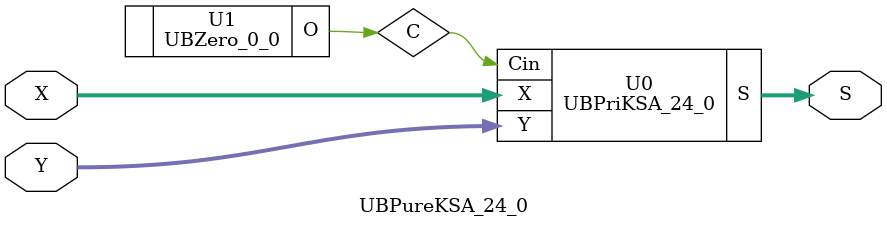
<source format=v>
/*----------------------------------------------------------------------------
  Copyright (c) 2021 Homma laboratory. All rights reserved.

  Top module: UBKSA_24_0_24_0

  Operand-1 length: 25
  Operand-2 length: 25
  Two-operand addition algorithm: Kogge-Stone adder
----------------------------------------------------------------------------*/

module GPGenerator(Go, Po, A, B);
  output Go;
  output Po;
  input A;
  input B;
  assign Go = A & B;
  assign Po = A ^ B;
endmodule

module CarryOperator(Go, Po, Gi1, Pi1, Gi2, Pi2);
  output Go;
  output Po;
  input Gi1;
  input Gi2;
  input Pi1;
  input Pi2;
  assign Go = Gi1 | ( Gi2 & Pi1 );
  assign Po = Pi1 & Pi2;
endmodule

module UBPriKSA_24_0(S, X, Y, Cin);
  output [25:0] S;
  input Cin;
  input [24:0] X;
  input [24:0] Y;
  wire [24:0] G0;
  wire [24:0] G1;
  wire [24:0] G2;
  wire [24:0] G3;
  wire [24:0] G4;
  wire [24:0] G5;
  wire [24:0] P0;
  wire [24:0] P1;
  wire [24:0] P2;
  wire [24:0] P3;
  wire [24:0] P4;
  wire [24:0] P5;
  assign P1[0] = P0[0];
  assign G1[0] = G0[0];
  assign P2[0] = P1[0];
  assign G2[0] = G1[0];
  assign P2[1] = P1[1];
  assign G2[1] = G1[1];
  assign P3[0] = P2[0];
  assign G3[0] = G2[0];
  assign P3[1] = P2[1];
  assign G3[1] = G2[1];
  assign P3[2] = P2[2];
  assign G3[2] = G2[2];
  assign P3[3] = P2[3];
  assign G3[3] = G2[3];
  assign P4[0] = P3[0];
  assign G4[0] = G3[0];
  assign P4[1] = P3[1];
  assign G4[1] = G3[1];
  assign P4[2] = P3[2];
  assign G4[2] = G3[2];
  assign P4[3] = P3[3];
  assign G4[3] = G3[3];
  assign P4[4] = P3[4];
  assign G4[4] = G3[4];
  assign P4[5] = P3[5];
  assign G4[5] = G3[5];
  assign P4[6] = P3[6];
  assign G4[6] = G3[6];
  assign P4[7] = P3[7];
  assign G4[7] = G3[7];
  assign P5[0] = P4[0];
  assign G5[0] = G4[0];
  assign P5[1] = P4[1];
  assign G5[1] = G4[1];
  assign P5[2] = P4[2];
  assign G5[2] = G4[2];
  assign P5[3] = P4[3];
  assign G5[3] = G4[3];
  assign P5[4] = P4[4];
  assign G5[4] = G4[4];
  assign P5[5] = P4[5];
  assign G5[5] = G4[5];
  assign P5[6] = P4[6];
  assign G5[6] = G4[6];
  assign P5[7] = P4[7];
  assign G5[7] = G4[7];
  assign P5[8] = P4[8];
  assign G5[8] = G4[8];
  assign P5[9] = P4[9];
  assign G5[9] = G4[9];
  assign P5[10] = P4[10];
  assign G5[10] = G4[10];
  assign P5[11] = P4[11];
  assign G5[11] = G4[11];
  assign P5[12] = P4[12];
  assign G5[12] = G4[12];
  assign P5[13] = P4[13];
  assign G5[13] = G4[13];
  assign P5[14] = P4[14];
  assign G5[14] = G4[14];
  assign P5[15] = P4[15];
  assign G5[15] = G4[15];
  assign S[0] = Cin ^ P0[0];
  assign S[1] = ( G5[0] | ( P5[0] & Cin ) ) ^ P0[1];
  assign S[2] = ( G5[1] | ( P5[1] & Cin ) ) ^ P0[2];
  assign S[3] = ( G5[2] | ( P5[2] & Cin ) ) ^ P0[3];
  assign S[4] = ( G5[3] | ( P5[3] & Cin ) ) ^ P0[4];
  assign S[5] = ( G5[4] | ( P5[4] & Cin ) ) ^ P0[5];
  assign S[6] = ( G5[5] | ( P5[5] & Cin ) ) ^ P0[6];
  assign S[7] = ( G5[6] | ( P5[6] & Cin ) ) ^ P0[7];
  assign S[8] = ( G5[7] | ( P5[7] & Cin ) ) ^ P0[8];
  assign S[9] = ( G5[8] | ( P5[8] & Cin ) ) ^ P0[9];
  assign S[10] = ( G5[9] | ( P5[9] & Cin ) ) ^ P0[10];
  assign S[11] = ( G5[10] | ( P5[10] & Cin ) ) ^ P0[11];
  assign S[12] = ( G5[11] | ( P5[11] & Cin ) ) ^ P0[12];
  assign S[13] = ( G5[12] | ( P5[12] & Cin ) ) ^ P0[13];
  assign S[14] = ( G5[13] | ( P5[13] & Cin ) ) ^ P0[14];
  assign S[15] = ( G5[14] | ( P5[14] & Cin ) ) ^ P0[15];
  assign S[16] = ( G5[15] | ( P5[15] & Cin ) ) ^ P0[16];
  assign S[17] = ( G5[16] | ( P5[16] & Cin ) ) ^ P0[17];
  assign S[18] = ( G5[17] | ( P5[17] & Cin ) ) ^ P0[18];
  assign S[19] = ( G5[18] | ( P5[18] & Cin ) ) ^ P0[19];
  assign S[20] = ( G5[19] | ( P5[19] & Cin ) ) ^ P0[20];
  assign S[21] = ( G5[20] | ( P5[20] & Cin ) ) ^ P0[21];
  assign S[22] = ( G5[21] | ( P5[21] & Cin ) ) ^ P0[22];
  assign S[23] = ( G5[22] | ( P5[22] & Cin ) ) ^ P0[23];
  assign S[24] = ( G5[23] | ( P5[23] & Cin ) ) ^ P0[24];
  assign S[25] = G5[24] | ( P5[24] & Cin );
  GPGenerator U0 (G0[0], P0[0], X[0], Y[0]);
  GPGenerator U1 (G0[1], P0[1], X[1], Y[1]);
  GPGenerator U2 (G0[2], P0[2], X[2], Y[2]);
  GPGenerator U3 (G0[3], P0[3], X[3], Y[3]);
  GPGenerator U4 (G0[4], P0[4], X[4], Y[4]);
  GPGenerator U5 (G0[5], P0[5], X[5], Y[5]);
  GPGenerator U6 (G0[6], P0[6], X[6], Y[6]);
  GPGenerator U7 (G0[7], P0[7], X[7], Y[7]);
  GPGenerator U8 (G0[8], P0[8], X[8], Y[8]);
  GPGenerator U9 (G0[9], P0[9], X[9], Y[9]);
  GPGenerator U10 (G0[10], P0[10], X[10], Y[10]);
  GPGenerator U11 (G0[11], P0[11], X[11], Y[11]);
  GPGenerator U12 (G0[12], P0[12], X[12], Y[12]);
  GPGenerator U13 (G0[13], P0[13], X[13], Y[13]);
  GPGenerator U14 (G0[14], P0[14], X[14], Y[14]);
  GPGenerator U15 (G0[15], P0[15], X[15], Y[15]);
  GPGenerator U16 (G0[16], P0[16], X[16], Y[16]);
  GPGenerator U17 (G0[17], P0[17], X[17], Y[17]);
  GPGenerator U18 (G0[18], P0[18], X[18], Y[18]);
  GPGenerator U19 (G0[19], P0[19], X[19], Y[19]);
  GPGenerator U20 (G0[20], P0[20], X[20], Y[20]);
  GPGenerator U21 (G0[21], P0[21], X[21], Y[21]);
  GPGenerator U22 (G0[22], P0[22], X[22], Y[22]);
  GPGenerator U23 (G0[23], P0[23], X[23], Y[23]);
  GPGenerator U24 (G0[24], P0[24], X[24], Y[24]);
  CarryOperator U25 (G1[1], P1[1], G0[1], P0[1], G0[0], P0[0]);
  CarryOperator U26 (G1[2], P1[2], G0[2], P0[2], G0[1], P0[1]);
  CarryOperator U27 (G1[3], P1[3], G0[3], P0[3], G0[2], P0[2]);
  CarryOperator U28 (G1[4], P1[4], G0[4], P0[4], G0[3], P0[3]);
  CarryOperator U29 (G1[5], P1[5], G0[5], P0[5], G0[4], P0[4]);
  CarryOperator U30 (G1[6], P1[6], G0[6], P0[6], G0[5], P0[5]);
  CarryOperator U31 (G1[7], P1[7], G0[7], P0[7], G0[6], P0[6]);
  CarryOperator U32 (G1[8], P1[8], G0[8], P0[8], G0[7], P0[7]);
  CarryOperator U33 (G1[9], P1[9], G0[9], P0[9], G0[8], P0[8]);
  CarryOperator U34 (G1[10], P1[10], G0[10], P0[10], G0[9], P0[9]);
  CarryOperator U35 (G1[11], P1[11], G0[11], P0[11], G0[10], P0[10]);
  CarryOperator U36 (G1[12], P1[12], G0[12], P0[12], G0[11], P0[11]);
  CarryOperator U37 (G1[13], P1[13], G0[13], P0[13], G0[12], P0[12]);
  CarryOperator U38 (G1[14], P1[14], G0[14], P0[14], G0[13], P0[13]);
  CarryOperator U39 (G1[15], P1[15], G0[15], P0[15], G0[14], P0[14]);
  CarryOperator U40 (G1[16], P1[16], G0[16], P0[16], G0[15], P0[15]);
  CarryOperator U41 (G1[17], P1[17], G0[17], P0[17], G0[16], P0[16]);
  CarryOperator U42 (G1[18], P1[18], G0[18], P0[18], G0[17], P0[17]);
  CarryOperator U43 (G1[19], P1[19], G0[19], P0[19], G0[18], P0[18]);
  CarryOperator U44 (G1[20], P1[20], G0[20], P0[20], G0[19], P0[19]);
  CarryOperator U45 (G1[21], P1[21], G0[21], P0[21], G0[20], P0[20]);
  CarryOperator U46 (G1[22], P1[22], G0[22], P0[22], G0[21], P0[21]);
  CarryOperator U47 (G1[23], P1[23], G0[23], P0[23], G0[22], P0[22]);
  CarryOperator U48 (G1[24], P1[24], G0[24], P0[24], G0[23], P0[23]);
  CarryOperator U49 (G2[2], P2[2], G1[2], P1[2], G1[0], P1[0]);
  CarryOperator U50 (G2[3], P2[3], G1[3], P1[3], G1[1], P1[1]);
  CarryOperator U51 (G2[4], P2[4], G1[4], P1[4], G1[2], P1[2]);
  CarryOperator U52 (G2[5], P2[5], G1[5], P1[5], G1[3], P1[3]);
  CarryOperator U53 (G2[6], P2[6], G1[6], P1[6], G1[4], P1[4]);
  CarryOperator U54 (G2[7], P2[7], G1[7], P1[7], G1[5], P1[5]);
  CarryOperator U55 (G2[8], P2[8], G1[8], P1[8], G1[6], P1[6]);
  CarryOperator U56 (G2[9], P2[9], G1[9], P1[9], G1[7], P1[7]);
  CarryOperator U57 (G2[10], P2[10], G1[10], P1[10], G1[8], P1[8]);
  CarryOperator U58 (G2[11], P2[11], G1[11], P1[11], G1[9], P1[9]);
  CarryOperator U59 (G2[12], P2[12], G1[12], P1[12], G1[10], P1[10]);
  CarryOperator U60 (G2[13], P2[13], G1[13], P1[13], G1[11], P1[11]);
  CarryOperator U61 (G2[14], P2[14], G1[14], P1[14], G1[12], P1[12]);
  CarryOperator U62 (G2[15], P2[15], G1[15], P1[15], G1[13], P1[13]);
  CarryOperator U63 (G2[16], P2[16], G1[16], P1[16], G1[14], P1[14]);
  CarryOperator U64 (G2[17], P2[17], G1[17], P1[17], G1[15], P1[15]);
  CarryOperator U65 (G2[18], P2[18], G1[18], P1[18], G1[16], P1[16]);
  CarryOperator U66 (G2[19], P2[19], G1[19], P1[19], G1[17], P1[17]);
  CarryOperator U67 (G2[20], P2[20], G1[20], P1[20], G1[18], P1[18]);
  CarryOperator U68 (G2[21], P2[21], G1[21], P1[21], G1[19], P1[19]);
  CarryOperator U69 (G2[22], P2[22], G1[22], P1[22], G1[20], P1[20]);
  CarryOperator U70 (G2[23], P2[23], G1[23], P1[23], G1[21], P1[21]);
  CarryOperator U71 (G2[24], P2[24], G1[24], P1[24], G1[22], P1[22]);
  CarryOperator U72 (G3[4], P3[4], G2[4], P2[4], G2[0], P2[0]);
  CarryOperator U73 (G3[5], P3[5], G2[5], P2[5], G2[1], P2[1]);
  CarryOperator U74 (G3[6], P3[6], G2[6], P2[6], G2[2], P2[2]);
  CarryOperator U75 (G3[7], P3[7], G2[7], P2[7], G2[3], P2[3]);
  CarryOperator U76 (G3[8], P3[8], G2[8], P2[8], G2[4], P2[4]);
  CarryOperator U77 (G3[9], P3[9], G2[9], P2[9], G2[5], P2[5]);
  CarryOperator U78 (G3[10], P3[10], G2[10], P2[10], G2[6], P2[6]);
  CarryOperator U79 (G3[11], P3[11], G2[11], P2[11], G2[7], P2[7]);
  CarryOperator U80 (G3[12], P3[12], G2[12], P2[12], G2[8], P2[8]);
  CarryOperator U81 (G3[13], P3[13], G2[13], P2[13], G2[9], P2[9]);
  CarryOperator U82 (G3[14], P3[14], G2[14], P2[14], G2[10], P2[10]);
  CarryOperator U83 (G3[15], P3[15], G2[15], P2[15], G2[11], P2[11]);
  CarryOperator U84 (G3[16], P3[16], G2[16], P2[16], G2[12], P2[12]);
  CarryOperator U85 (G3[17], P3[17], G2[17], P2[17], G2[13], P2[13]);
  CarryOperator U86 (G3[18], P3[18], G2[18], P2[18], G2[14], P2[14]);
  CarryOperator U87 (G3[19], P3[19], G2[19], P2[19], G2[15], P2[15]);
  CarryOperator U88 (G3[20], P3[20], G2[20], P2[20], G2[16], P2[16]);
  CarryOperator U89 (G3[21], P3[21], G2[21], P2[21], G2[17], P2[17]);
  CarryOperator U90 (G3[22], P3[22], G2[22], P2[22], G2[18], P2[18]);
  CarryOperator U91 (G3[23], P3[23], G2[23], P2[23], G2[19], P2[19]);
  CarryOperator U92 (G3[24], P3[24], G2[24], P2[24], G2[20], P2[20]);
  CarryOperator U93 (G4[8], P4[8], G3[8], P3[8], G3[0], P3[0]);
  CarryOperator U94 (G4[9], P4[9], G3[9], P3[9], G3[1], P3[1]);
  CarryOperator U95 (G4[10], P4[10], G3[10], P3[10], G3[2], P3[2]);
  CarryOperator U96 (G4[11], P4[11], G3[11], P3[11], G3[3], P3[3]);
  CarryOperator U97 (G4[12], P4[12], G3[12], P3[12], G3[4], P3[4]);
  CarryOperator U98 (G4[13], P4[13], G3[13], P3[13], G3[5], P3[5]);
  CarryOperator U99 (G4[14], P4[14], G3[14], P3[14], G3[6], P3[6]);
  CarryOperator U100 (G4[15], P4[15], G3[15], P3[15], G3[7], P3[7]);
  CarryOperator U101 (G4[16], P4[16], G3[16], P3[16], G3[8], P3[8]);
  CarryOperator U102 (G4[17], P4[17], G3[17], P3[17], G3[9], P3[9]);
  CarryOperator U103 (G4[18], P4[18], G3[18], P3[18], G3[10], P3[10]);
  CarryOperator U104 (G4[19], P4[19], G3[19], P3[19], G3[11], P3[11]);
  CarryOperator U105 (G4[20], P4[20], G3[20], P3[20], G3[12], P3[12]);
  CarryOperator U106 (G4[21], P4[21], G3[21], P3[21], G3[13], P3[13]);
  CarryOperator U107 (G4[22], P4[22], G3[22], P3[22], G3[14], P3[14]);
  CarryOperator U108 (G4[23], P4[23], G3[23], P3[23], G3[15], P3[15]);
  CarryOperator U109 (G4[24], P4[24], G3[24], P3[24], G3[16], P3[16]);
  CarryOperator U110 (G5[16], P5[16], G4[16], P4[16], G4[0], P4[0]);
  CarryOperator U111 (G5[17], P5[17], G4[17], P4[17], G4[1], P4[1]);
  CarryOperator U112 (G5[18], P5[18], G4[18], P4[18], G4[2], P4[2]);
  CarryOperator U113 (G5[19], P5[19], G4[19], P4[19], G4[3], P4[3]);
  CarryOperator U114 (G5[20], P5[20], G4[20], P4[20], G4[4], P4[4]);
  CarryOperator U115 (G5[21], P5[21], G4[21], P4[21], G4[5], P4[5]);
  CarryOperator U116 (G5[22], P5[22], G4[22], P4[22], G4[6], P4[6]);
  CarryOperator U117 (G5[23], P5[23], G4[23], P4[23], G4[7], P4[7]);
  CarryOperator U118 (G5[24], P5[24], G4[24], P4[24], G4[8], P4[8]);
endmodule

module UBZero_0_0(O);
  output [0:0] O;
  assign O[0] = 0;
endmodule

module UBKSA_24_0_24_0 (S, X, Y);
  output [25:0] S;
  input [24:0] X;
  input [24:0] Y;
  UBPureKSA_24_0 U0 (S[25:0], X[24:0], Y[24:0]);
endmodule

module UBPureKSA_24_0 (S, X, Y);
  output [25:0] S;
  input [24:0] X;
  input [24:0] Y;
  wire C;
  UBPriKSA_24_0 U0 (S, X, Y, C);
  UBZero_0_0 U1 (C);
endmodule


</source>
